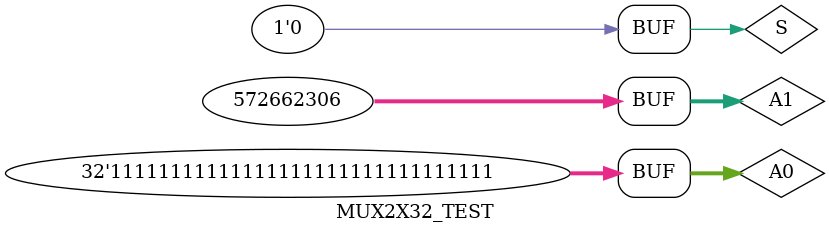
<source format=v>
`timescale 1ns / 1ps


module MUX2X32(A0,A1,S,Y);
    input [31:0] A0,A1;
    input S;
    output [31:0] Y;
    function [31:0] select;
        input [31:0] A0,A1;
        input S;
            case (S)
                0:select = A0;
                1:select = A1;
            endcase
    endfunction
    assign Y = select(A0,A1,S);
endmodule


module MUX2X32_TEST;
    reg [31:0] A0,A1;
    reg S;
    wire [31:0] Y;
    MUX2X32 MUX2X32_test(.A0(A0), .A1(A1), .S(S), .Y(Y));
        initial begin;
          A0 = 'b11111111111111111111111111111111;
          A1 = 'b00100010001000100010001000100010;
          S = 1;
          
          #20;
          
           A0 = 'b11111111111111111111111111111111;
           A1 = 'b00100010001000100010001000100010;
           S = 0;
        end
endmodule

</source>
